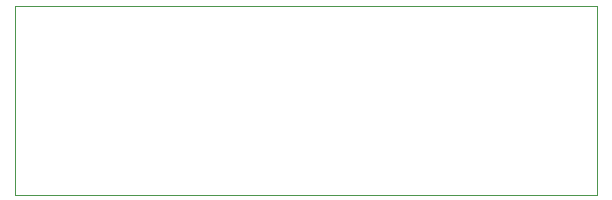
<source format=gbr>
%TF.GenerationSoftware,KiCad,Pcbnew,7.0.2*%
%TF.CreationDate,2023-05-05T15:54:23-05:00*%
%TF.ProjectId,Low-Pass-Filter-Board,4c6f772d-5061-4737-932d-46696c746572,V01*%
%TF.SameCoordinates,Original*%
%TF.FileFunction,Profile,NP*%
%FSLAX46Y46*%
G04 Gerber Fmt 4.6, Leading zero omitted, Abs format (unit mm)*
G04 Created by KiCad (PCBNEW 7.0.2) date 2023-05-05 15:54:23*
%MOMM*%
%LPD*%
G01*
G04 APERTURE LIST*
%TA.AperFunction,Profile*%
%ADD10C,0.100000*%
%TD*%
G04 APERTURE END LIST*
D10*
X107188000Y-88138000D02*
X156464000Y-88138000D01*
X156464000Y-104140000D01*
X107188000Y-104140000D01*
X107188000Y-88138000D01*
M02*

</source>
